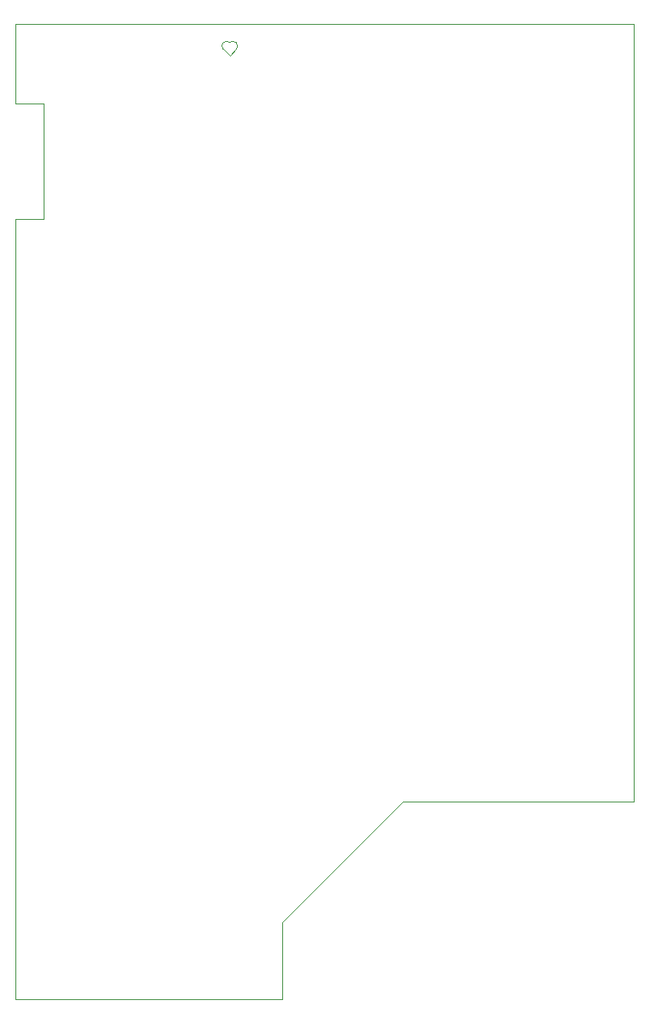
<source format=gbr>
%TF.GenerationSoftware,KiCad,Pcbnew,8.0.2*%
%TF.CreationDate,2024-05-01T01:53:47-07:00*%
%TF.ProjectId,DRIVER,44524956-4552-42e6-9b69-6361645f7063,rev?*%
%TF.SameCoordinates,Original*%
%TF.FileFunction,Profile,NP*%
%FSLAX46Y46*%
G04 Gerber Fmt 4.6, Leading zero omitted, Abs format (unit mm)*
G04 Created by KiCad (PCBNEW 8.0.2) date 2024-05-01 01:53:47*
%MOMM*%
%LPD*%
G01*
G04 APERTURE LIST*
%TA.AperFunction,Profile*%
%ADD10C,0.050000*%
%TD*%
G04 APERTURE END LIST*
D10*
X95758000Y-84328000D02*
X34544000Y-84328000D01*
X95758000Y-101854000D02*
X95758000Y-84328000D01*
X56375176Y-86804376D02*
X55728724Y-87450828D01*
X95758000Y-161290000D02*
X95758000Y-101854000D01*
X34544000Y-180848000D02*
X60960000Y-180848000D01*
X60960000Y-180848000D02*
X60960000Y-173228000D01*
X72898000Y-161290000D02*
X95758000Y-161290000D01*
X55080024Y-86804376D02*
G75*
G02*
X55727600Y-86156800I323788J323788D01*
G01*
X37338000Y-92202000D02*
X37338000Y-103632000D01*
X34544000Y-103632000D02*
X34544000Y-180848000D01*
X37338000Y-103632000D02*
X34544000Y-103632000D01*
X34544000Y-88646000D02*
X34544000Y-92202000D01*
X34544000Y-92202000D02*
X37338000Y-92202000D01*
X55080024Y-86804376D02*
X55727636Y-87451988D01*
X55727600Y-86156800D02*
G75*
G02*
X56375176Y-86804376I323788J-323788D01*
G01*
X60960000Y-173228000D02*
X72898000Y-161290000D01*
X34544000Y-84328000D02*
X34544000Y-88646000D01*
M02*

</source>
